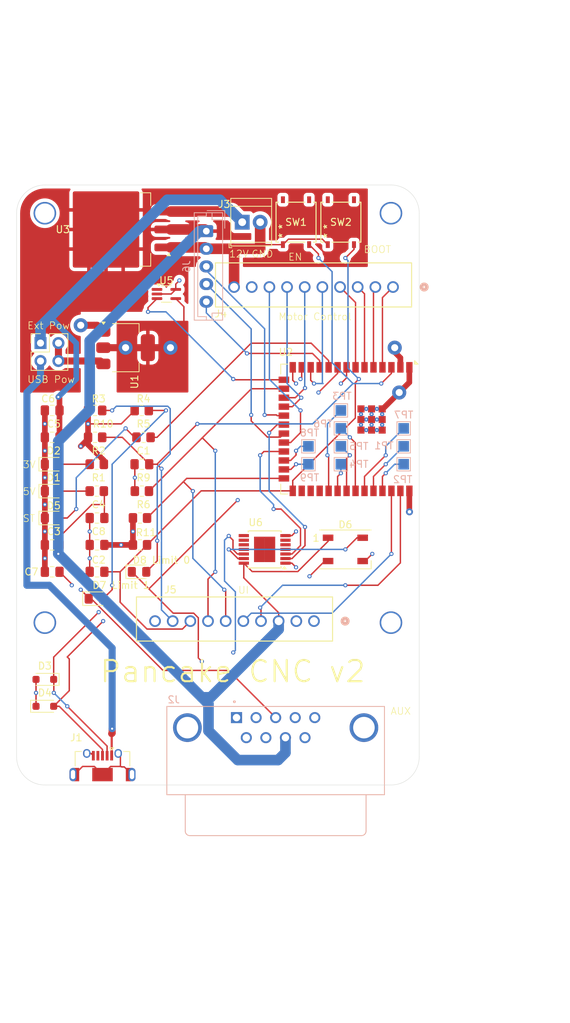
<source format=kicad_pcb>
(kicad_pcb (version 20240108) (generator "pcbnew") (generator_version "8.0")
  (layers (0 "F.Cu" signal) (1 "In1.Cu" power) (2 "In2.Cu" power) (31 "B.Cu" signal) (34 "B.Paste" user) (35 "F.Paste" user) (36 "B.SilkS" user "B.Silkscreen") (37 "F.SilkS" user "F.Silkscreen") (38 "B.Mask" user) (39 "F.Mask" user) (44 "Edge.Cuts" user))
  (net 0 "")
  (net 1 "Net-(D5-A)")
  (net 2 "Net-(J4-Pin_1)")
  (net 4 "Net-(J4-Pin_8)")
  (net 5 "Net-(J4-Pin_5)")
  (net 7 "Net-(J4-Pin_3)")
  (net 8 "Net-(J4-Pin_6)")
  (net 9 "Net-(J4-Pin_2)")
  (net 11 "Net-(J4-Pin_7)")
  (net 12 "Net-(J4-Pin_4)")
  (net 13 "+12V")
  (net 14 "+3.3V")
  (net 15 "GND")
  (net 16 "+5V")
  (net 17 "Net-(D1-A)")
  (net 18 "Net-(D2-A)")
  (net 19 "Net-(D3-A1)")
  (net 20 "Net-(D4-A2)")
  (net 24 "Net-(U2-IO17)")
  (net 25 "Net-(U2-IO12)")
  (net 26 "Net-(U2-IO21)")
  (net 27 "Net-(U2-IO3)")
  (net 33 "VBUS")
  (net 34 "Net-(J5-Pin_6)")
  (net 35 "Net-(J5-Pin_8)")
  (net 36 "Net-(J5-Pin_7)")
  (net 37 "Net-(J5-Pin_9)")
  (net 38 "Net-(J5-Pin_4)")
  (net 39 "Net-(J5-Pin_5)")
  (net 40 "Net-(J6-Pin_4)")
  (net 41 "Net-(J6-Pin_3)")
  (net 42 "Net-(J6-Pin_5)")
  (net 43 "Net-(U2-RXD0{slash}IO44)")
  (net 44 "Net-(U2-TXD0{slash}IO43)")
  (net 45 "Net-(U2-IO38)")
  (net 46 "Net-(J7-Pin_b1)")
  (net 50 "Net-(U2-MTCK{slash}IO39)")
  (net 51 "Net-(U2-MTDO{slash}IO40)")
  (net 52 "Net-(U2-MTDI{slash}IO41)")
  (net 53 "Net-(U2-MTMS{slash}IO42)")
  (net 54 "Net-(U2-IO47)")
  (net 55 "Net-(U2-IO48)")
  (net 56 "Net-(D6-DOUT)")
  (net 57 "Net-(D6-DIN)")
  (net 58 "Net-(U6-B2)")
  (net 59 "Net-(D7-K)")
  (net 60 "Net-(D7-A)")
  (net 61 "Net-(D8-K)")
  (net 62 "Net-(D8-A)")
  (footprint "Resistor_SMD:R_0805_2012Metric_Pad1.20x1.40mm_HandSolder" (layer "F.Cu") (at 39.591239 85.876037 180)
    (property "Reference" "R2")
    (property "Value" "5.1k")
  )
  (footprint "Button_Switch_SMD:SMT_FS" (layer "F.Cu") (at 67.801239 51.586037 90)
    (property "Reference" "SW1")
    (property "Value" "SW_Push_Dual_x2")
  )
  (footprint "LED_SMD:LED_WS2812B_PLCC4_5.0x5.0mm_P3.2mm" (layer "F.Cu") (at 74.786239 97.941037)
    (property "Reference" "D6")
    (property "Value" "WS2812B")
  )
  (footprint "LED_SMD:LED_0805_2012Metric_Pad1.15x1.40mm_HandSolder" (layer "F.Cu") (at 33.266239 89.686037)
    (property "Reference" "D1")
    (property "Value" "LED")
  )
  (footprint "Resistor_SMD:R_0805_2012Metric_Pad1.20x1.40mm_HandSolder" (layer "F.Cu") (at 45.978739 89.686037)
    (property "Reference" "R9")
    (property "Value" "10k")
  )
  (footprint "Package_TO_SOT_SMD:TO-263-3_TabPin2" (layer "F.Cu") (at 42.401239 52.621037 180)
    (property "Reference" "U3")
    (property "Value" "LM1084-5.0")
  )
  (footprint "Connector_PinSocket_2.54mm:PinSocket_2x02_P2.54mm_Vertical" (layer "F.Cu") (at 31.626239 68.711037 90)
    (property "Reference" "J7" (hide yes))
    (property "Value" "Conn_02x02_Row_Letter_First")
  )
  (footprint "Connector_JST:10JQ-BT_JST" (layer "F.Cu") (at 81.531239 60.773237 180)
    (property "Reference" "J4")
    (property "Value" "MotorDriverSocket")
  )
  (footprint "LED_SMD:LED_0805_2012Metric_Pad1.15x1.40mm_HandSolder" (layer "F.Cu") (at 33.266239 93.496037)
    (property "Reference" "D5")
    (property "Value" "LED")
  )
  (footprint "LED_SMD:LED_0805_2012Metric_Pad1.15x1.40mm_HandSolder" (layer "F.Cu") (at 45.576239 101.116037)
    (property "Reference" "D8 Limit 0")
    (property "Value" "LED")
  )
  (footprint "Capacitor_SMD:C_0805_2012Metric_Pad1.18x1.45mm_HandSolder" (layer "F.Cu") (at 39.628739 97.306037 180)
    (property "Reference" "C8")
    (property "Value" "0.1uF")
  )
  (footprint "Connector_JST:10JQ-BT_JST" (layer "F.Cu") (at 70.341239 108.101037 180)
    (property "Reference" "J5")
    (property "Value" "UISocket")
  )
  (footprint "Capacitor_SMD:C_0805_2012Metric_Pad1.18x1.45mm_HandSolder" (layer "F.Cu") (at 33.278739 97.306037 180)
    (property "Reference" "C3")
    (property "Value" "10uF")
  )
  (footprint "MountingHole:MountingHole_3.2mm_M3" (layer "F.Cu") (at 32.241239 50.316037)
    (property "Reference" "H4" (hide yes))
    (property "Value" "MountingHole")
  )
  (footprint "RF_Module:ESP32-S3-WROOM-2" (layer "F.Cu") (at 78.585239 80.897637 -90)
    (property "Reference" "U2")
    (property "Value" "ESP32-S3-WROOM-2")
  )
  (footprint "Resistor_SMD:R_0805_2012Metric_Pad1.20x1.40mm_HandSolder" (layer "F.Cu") (at 39.358739 82.066037 180)
    (property "Reference" "R10")
    (property "Value" "10k")
  )
  (footprint "Capacitor_SMD:C_0805_2012Metric_Pad1.18x1.45mm_HandSolder" (layer "F.Cu") (at 45.978739 85.876037)
    (property "Reference" "C1")
    (property "Value" "0.1uF")
  )
  (footprint "Capacitor_SMD:C_0805_2012Metric_Pad1.18x1.45mm_HandSolder" (layer "F.Cu") (at 39.628739 101.116037)
    (property "Reference" "C2")
    (property "Value" "0.1uF")
  )
  (footprint "Capacitor_SMD:C_0805_2012Metric_Pad1.18x1.45mm_HandSolder" (layer "F.Cu") (at 39.628739 93.496037 180)
    (property "Reference" "C4")
    (property "Value" "0.1uF")
  )
  (footprint "MountingHole:MountingHole_3.2mm_M3" (layer "F.Cu") (at 81.241239 108.316037)
    (property "Reference" "H1" (hide yes))
    (property "Value" "MountingHole")
  )
  (footprint "Resistor_SMD:R_0805_2012Metric_Pad1.20x1.40mm_HandSolder" (layer "F.Cu") (at 45.708739 97.306037 180)
    (property "Reference" "R11")
    (property "Value" "10k")
  )
  (footprint "Package_TO_SOT_SMD:SOT-223-3_TabPin2" (layer "F.Cu") (at 43.671239 69.366037)
    (property "Reference" "U1")
    (property "Value" "AMS1117-3.3")
  )
  (footprint "Connector_USB:USB_Micro-AB_Molex_47590-0001" (layer "F.Cu") (at 40.401643 129.842442)
    (property "Reference" "J1")
    (property "Value" "USB_B_Micro")
  )
  (footprint "Button_Switch_SMD:SMT_FS" (layer "F.Cu") (at 74.151239 51.586037 90)
    (property "Reference" "SW2")
    (property "Value" "SW_Push_Dual_x2")
  )
  (footprint "Resistor_SMD:R_0805_2012Metric_Pad1.20x1.40mm_HandSolder" (layer "F.Cu") (at 39.591239 89.686037 180)
    (property "Reference" "R1")
    (property "Value" "7.7k")
  )
  (footprint "Resistor_SMD:R_0805_2012Metric_Pad1.20x1.40mm_HandSolder" (layer "F.Cu") (at 45.708739 93.496037)
    (property "Reference" "R6")
    (property "Value" "10k")
  )
  (footprint "TerminalBlock_TE-Connectivity:TerminalBlock_TE_282834-2_1x02_P2.54mm_Horizontal" (layer "F.Cu") (at 60.181239 51.586037)
    (property "Reference" "J3")
    (property "Value" "Screw_Terminal_01x02")
  )
  (footprint "LED_SMD:LED_0805_2012Metric_Pad1.15x1.40mm_HandSolder" (layer "F.Cu") (at 39.471239 104.926037)
    (property "Reference" "D7 Limit 1")
    (property "Value" "LED")
  )
  (footprint "Capacitor_SMD:C_0805_2012Metric_Pad1.18x1.45mm_HandSolder" (layer "F.Cu") (at 33.278739 82.066037 180)
    (property "Reference" "C5")
    (property "Value" "10uF")
  )
  (footprint "Resistor_SMD:R_0805_2012Metric_Pad1.20x1.40mm_HandSolder" (layer "F.Cu") (at 45.957239 78.256037)
    (property "Reference" "R4")
    (property "Value" "5.1k")
  )
  (footprint "Diode_SMD:D_SOD-323_HandSoldering" (layer "F.Cu") (at 32.241239 120.166037)
    (property "Reference" "D4")
    (property "Value" "D_TVS")
  )
  (footprint "Package_SO:TSSOP-14-1EP_4.4x5mm_P0.65mm" (layer "F.Cu") (at 63.356239 97.941037 180)
    (property "Reference" "U6")
    (property "Value" "~")
  )
  (footprint "LED_SMD:LED_0805_2012Metric_Pad1.15x1.40mm_HandSolder" (layer "F.Cu") (at 33.266239 85.876037)
    (property "Reference" "D2")
    (property "Value" "LED")
  )
  (footprint "Capacitor_SMD:C_0805_2012Metric_Pad1.18x1.45mm_HandSolder" (layer "F.Cu") (at 33.278739 78.256037 180)
    (property "Reference" "C6")
    (property "Value" "0.1uF")
  )
  (footprint "Diode_SMD:D_SOD-323_HandSoldering" (layer "F.Cu") (at 32.241239 116.356037 180)
    (property "Reference" "D3")
    (property "Value" "D_TVS")
  )
  (footprint "Package_TO_SOT_SMD:SOT-353_SC-70-5_Handsoldering" (layer "F.Cu") (at 49.446239 61.761037)
    (property "Reference" "U5")
    (property "Value" "TMP236A4DCKR")
  )
  (footprint "Resistor_SMD:R_0805_2012Metric_Pad1.20x1.40mm_HandSolder" (layer "F.Cu") (at 39.358739 78.256037)
    (property "Reference" "R3")
    (property "Value" "5.1k")
  )
  (footprint "Capacitor_SMD:C_0805_2012Metric_Pad1.18x1.45mm_HandSolder" (layer "F.Cu") (at 33.278739 101.116037 180)
    (property "Reference" "C7")
    (property "Value" "10uF")
  )
  (footprint "MountingHole:MountingHole_3.2mm_M3" (layer "F.Cu") (at 81.241239 50.316037)
    (property "Reference" "H3" (hide yes))
    (property "Value" "MountingHole")
  )
  (footprint "Resistor_SMD:R_0805_2012Metric_Pad1.20x1.40mm_HandSolder" (layer "F.Cu") (at 46.211239 82.066037 180)
    (property "Reference" "R5")
    (property "Value" "5.1k")
  )
  (footprint "MountingHole:MountingHole_3.2mm_M3" (layer "F.Cu") (at 32.241239 108.316037)
    (property "Reference" "H2" (hide yes))
    (property "Value" "MountingHole")
  )
  (footprint "TestPoint:TestPoint_Pad_1.5x1.5mm" (layer "B.Cu") (at 83.041239 85.876037 -90)
    (property "Reference" "TP2")
    (property "Value" "TestPoint")
  )
  (footprint "TestPoint:TestPoint_Pad_1.5x1.5mm" (layer "B.Cu") (at 69.551239 85.876037 90)
    (property "Reference" "TP9")
    (property "Value" "TestPoint")
  )
  (footprint "TestPoint:TestPoint_Pad_1.5x1.5mm" (layer "B.Cu") (at 74.151239 80.796037 90)
    (property "Reference" "TP6")
    (property "Value" "TestPoint")
  )
  (footprint "TestPoint:TestPoint_Pad_1.5x1.5mm" (layer "B.Cu") (at 83.041239 83.336037 -90)
    (property "Reference" "TP1")
    (property "Value" "TestPoint")
  )
  (footprint "LicavoliLibrary:MyDSUBASSMANN_A-DF_09_A_KG-T4S" (layer "B.Cu") (at 59.376239 121.771037 180)
    (property "Reference" "J2")
    (property "Value" "A-DF 09 A/KG-T4S")
  )
  (footprint "TestPoint:TestPoint_Pad_1.5x1.5mm" (layer "B.Cu") (at 69.551239 83.336037 90)
    (property "Reference" "TP8")
    (property "Value" "TestPoint")
  )
  (footprint "Connector_JST:JST_EH_B5B-EH-A_1x05_P2.50mm_Vertical" (layer "B.Cu") (at 55.101239 52.856037 -90)
    (property "Reference" "J6")
    (property "Value" "Pi JST")
  )
  (footprint "TestPoint:TestPoint_Pad_1.5x1.5mm" (layer "B.Cu") (at 83.041239 80.796037 -90)
    (property "Reference" "TP7")
    (property "Value" "TestPoint")
  )
  (footprint "TestPoint:TestPoint_Pad_1.5x1.5mm" (layer "B.Cu") (at 74.151239 78.256037 90)
    (property "Reference" "TP3")
    (property "Value" "TestPoint")
  )
  (footprint "TestPoint:TestPoint_Pad_1.5x1.5mm" (layer "B.Cu") (at 74.151239 83.336037 90)
    (property "Reference" "TP5")
    (property "Value" "TestPoint")
  )
  (footprint "TestPoint:TestPoint_Pad_1.5x1.5mm" (layer "B.Cu") (at 74.151239 85.876037 90)
    (property "Reference" "TP4")
    (property "Value" "TestPoint")
  )
  (gr_arc (start 28.241239 50.316037) (mid 29.412812 47.48761) (end 32.241239 46.316037) (stroke (width 0.05)) (layer "Edge.Cuts"))
  (gr_line (start 28.241239 127.316037) (end 28.241239 50.316037) (stroke (width 0.05)) (layer "Edge.Cuts"))
  (gr_arc (start 32.241239 131.316037) (mid 29.412812 130.144464) (end 28.241239 127.316037) (stroke (width 0.05)) (layer "Edge.Cuts"))
  (gr_line (start 85.241239 50.316037) (end 85.241239 127.316037) (stroke (width 0.05)) (layer "Edge.Cuts"))
  (gr_line (start 81.241239 131.316037) (end 32.241239 131.316037) (stroke (width 0.05)) (layer "Edge.Cuts"))
  (gr_arc (start 81.241239 46.316037) (mid 84.069666 47.48761) (end 85.241239 50.316037) (stroke (width 0.05)) (layer "Edge.Cuts"))
  (gr_line (start 32.241239 46.316037) (end 81.241239 46.316037) (stroke (width 0.05)) (layer "Edge.Cuts"))
  (gr_arc (start 85.241239 127.316037) (mid 84.069666 130.144464) (end 81.241239 131.316037) (stroke (width 0.05)) (layer "Edge.Cuts"))
  (gr_text "EN" (at 66.644564 57.09724 0) (layer "F.SilkS") (effects (font (size 1 1) (thickness 0.1)) (justify left bottom)))
  (gr_text "AUX" (at 81.136239 121.436037 0) (layer "F.SilkS") (effects (font (size 1 1) (thickness 0.1)) (justify left bottom)))
  (gr_text "Motor Control" (at 65.261239 65.556037 0) (layer "F.SilkS") (effects (font (size 1 1) (thickness 0.1)) (justify left bottom)))
  (gr_text "ST" (at 29.066239 94.131037 0) (layer "F.SilkS") (effects (font (size 1 1) (thickness 0.1)) (justify left bottom)))
  (gr_text "BOOT" (at 77.326239 56.031037 0) (layer "F.SilkS") (effects (font (size 1 1) (thickness 0.1)) (justify left bottom)))
  (gr_text "Pancake CNC v2" (at 39.861239 116.991037 0) (layer "F.SilkS") (effects (font (size 3 3) (thickness 0.3)) (justify left bottom)))
  (gr_text "UI\n" (at 59.546239 104.291037 0) (layer "F.SilkS") (effects (font (size 1 1) (thickness 0.1)) (justify left bottom)))
  (gr_text "USB Pow" (at 29.701239 74.446037 0) (layer "F.SilkS") (effects (font (size 1 1) (thickness 0.1)) (justify left bottom)))
  (gr_text "GND" (at 61.451239 56.666037 0) (layer "F.SilkS") (effects (font (size 1 1) (thickness 0.1)) (justify left bottom)))
  (gr_text "12V" (at 58.276239 56.666037 0) (layer "F.SilkS") (effects (font (size 1 1) (thickness 0.1)) (justify left bottom)))
  (gr_text "Ext Pow" (at 29.701239 66.826037 0) (layer "F.SilkS") (effects (font (size 1 1) (thickness 0.1)) (justify left bottom)))
  (gr_text "3V" (at 29.066239 86.511037 0) (layer "F.SilkS") (effects (font (size 1 1) (thickness 0.1)) (justify left bottom)))
  (gr_text "5V\n" (at 29.066239 90.321037 0) (layer "F.SilkS") (effects (font (size 1 1) (thickness 0.1)) (justify left bottom)))
  (segment (start 43.671239 80.796037) (end 44.941239 82.066037) (width 0.2) (layer "F.Cu") (net 1))
  (segment (start 44.941239 82.066037) (end 45.211239 82.066037) (width 0.2) (layer "F.Cu") (net 1))
  (segment (start 35.416239 93.496037) (end 36.686239 92.226037) (width 0.2) (layer "F.Cu") (net 1))
  (segment (start 34.291239 93.496037) (end 35.416239 93.496037) (width 0.2) (layer "F.Cu") (net 1))
  (via (at 36.686239 92.226037) (size 0.6) (drill 0.3) (layers "F.Cu" "B.Cu") (net 1))
  (via (at 43.671239 80.796037) (size 0.6) (drill 0.3) (layers "F.Cu" "B.Cu") (net 1))
  (segment (start 36.686239 87.781037) (end 43.671239 80.796037) (width 0.2) (layer "B.Cu") (net 1))
  (segment (start 36.686239 92.226037) (end 36.686239 87.781037) (width 0.2) (layer "B.Cu") (net 1))
  (segment (start 80.035239 72.147637) (end 80.035239 62.269237) (width 0.2) (layer "F.Cu") (net 2))
  (segment (start 80.035239 62.269237) (end 81.531239 60.773237) (width 0.2) (layer "F.Cu") (net 2))
  (segment (start 68.436239 81.401637) (end 67.035239 82.802637) (width 0.2) (layer "F.Cu") (net 4))
  (segment (start 68.436239 78.256037) (end 68.436239 81.401637) (width 0.2) (layer "F.Cu") (net 4))
  (segment (start 67.035239 82.802637) (end 66.085239 82.802637) (width 0.2) (layer "F.Cu") (net 4))
  (via (at 68.436239 78.256037) (size 0.6) (drill 0.3) (layers "F.Cu" "B.Cu") (net 4))
  (segment (start 64.031239 60.773237) (end 64.031239 73.851037) (width 0.2) (layer "B.Cu") (net 4))
  (segment (start 64.031239 73.851037) (end 68.436239 78.256037) (width 0.2) (layer "B.Cu") (net 4))
  (segment (start 69.875239 73.980037) (end 70.341239 74.446037) (width 0.2) (layer "F.Cu") (net 5))
  (segment (start 69.875239 72.147637) (end 69.875239 73.980037) (width 0.2) (layer "F.Cu") (net 5))
  (via (at 70.341239 74.446037) (size 0.6) (drill 0.3) (layers "F.Cu" "B.Cu") (net 5))
  (segment (start 71.531239 74.366037) (end 71.531239 60.773237) (width 0.2) (layer "B.Cu") (net 5))
  (segment (start 70.341239 74.446037) (end 71.611239 74.446037) (width 0.2) (layer "B.Cu") (net 5))
  (segment (start 71.611239 74.446037) (end 71.531239 74.366037) (width 0.2) (layer "B.Cu") (net 5))
  (segment (start 77.495239 61.737237) (end 76.531239 60.773237) (width 0.2) (layer "F.Cu") (net 7))
  (segment (start 77.495239 72.147637) (end 77.495239 61.737237) (width 0.2) (layer "F.Cu") (net 7))
  (segment (start 67.699639 76.452637) (end 66.085239 76.452637) (width 0.2) (layer "F.Cu") (net 8))
  (segment (start 69.071239 75.081037) (end 67.699639 76.452637) (width 0.2) (layer "F.Cu") (net 8))
  (via (at 69.071239 75.081037) (size 0.6) (drill 0.3) (layers "F.Cu" "B.Cu") (net 8))
  (segment (start 69.031239 60.773237) (end 69.031239 75.041037) (width 0.2) (layer "B.Cu") (net 8))
  (segment (start 69.031239 75.041037) (end 69.071239 75.081037) (width 0.2) (layer "B.Cu") (net 8))
  (segment (start 78.765239 72.147637) (end 78.765239 61.039237) (width 0.2) (layer "F.Cu") (net 9))
  (segment (start 78.765239 61.039237) (end 79.031239 60.773237) (width 0.2) (layer "F.Cu") (net 9))
  (segment (start 68.543004 76.457802) (end 67.278169 77.722637) (width 0.2) (layer "F.Cu") (net 11))
  (segment (start 67.278169 77.722637) (end 66.085239 77.722637) (width 0.2) (layer "F.Cu") (net 11))
  (via (at 68.543004 76.457802) (size 0.6) (drill 0.3) (layers "F.Cu" "B.Cu") (net 11))
  (segment (start 66.531239 74.446037) (end 68.543004 76.457802) (width 0.2) (layer "B.Cu") (net 11))
  (segment (start 66.531239 60.773237) (end 66.531239 74.446037) (width 0.2) (layer "B.Cu") (net 11))
  (segment (start 76.225239 62.967237) (end 74.031239 60.773237) (width 0.2) (layer "F.Cu") (net 12))
  (segment (start 76.225239 72.147637) (end 76.225239 62.967237) (width 0.2) (layer "F.Cu") (net 12))
  (segment (start 34.316239 82.066037) (end 34.316239 78.256037) (width 0.8) (layer "F.Cu") (net 13))
  (segment (start 50.051239 50.081037) (end 58.676239 50.081037) (width 1.5) (layer "F.Cu") (net 13))
  (segment (start 58.676239 50.081037) (end 60.181239 51.586037) (width 1.5) (layer "F.Cu") (net 13))
  (segment (start 34.316239 78.256037) (end 34.316239 76.521037) (width 0.8) (layer "F.Cu") (net 13))
  (segment (start 34.316239 76.521037) (end 34.146239 76.351037) (width 0.8) (layer "F.Cu") (net 13))
  (via (at 34.146239 76.351037) (size 0.6) (drill 0.3) (layers "F.Cu" "B.Cu") (net 13))
  (segment (start 60.181239 51.586037) (end 57.006239 48.411037) (width 1.5) (layer "B.Cu") (net 13))
  (segment (start 34.146239 76.351037) (end 36.686239 73.811037) (width 0.8) (layer "B.Cu") (net 13))
  (segment (start 36.686239 73.811037) (end 36.686239 68.731037) (width 0.8) (layer "B.Cu") (net 13))
  (segment (start 36.686239 68.731037) (end 32.971239 65.016037) (width 0.8) (layer "B.Cu") (net 13))
  (segment (start 32.971239 65.016037) (end 31.626239 66.361037) (width 1.5) (layer "B.Cu") (net 13))
  (segment (start 57.006239 48.411037) (end 49.576239 48.411037) (width 1.5) (layer "B.Cu") (net 13))
  (segment (start 49.576239 48.411037) (end 32.971239 65.016037) (width 1.5) (layer "B.Cu") (net 13))
  (segment (start 31.626239 66.361037) (end 31.626239 68.711037) (width 1.5) (layer "B.Cu") (net 13))
  (segment (start 34.316239 101.116037) (end 36.051239 102.851037) (width 0.2) (layer "F.Cu") (net 14))
  (segment (start 44.708739 97.306037) (end 44.708739 95.401037) (width 0.8) (layer "F.Cu") (net 14))
  (segment (start 38.358739 83.103537) (end 40.591239 85.336037) (width 0.8) (layer "F.Cu") (net 14))
  (segment (start 40.591239 85.336037) (end 40.591239 85.876037) (width 0.8) (layer "F.Cu") (net 14))
  (segment (start 36.051239 102.851037) (end 36.051239 103.021037) (width 0.2) (layer "F.Cu") (net 14))
  (segment (start 43.036239 97.306037) (end 44.708739 97.306037) (width 0.8) (layer "F.Cu") (net 14))
  (segment (start 40.666239 97.306037) (end 43.036239 97.306037) (width 0.8) (layer "F.Cu") (net 14))
  (segment (start 81.771239 69.366037) (end 81.771239 70.001037) (width 0.2) (layer "F.Cu") (net 14))
  (segment (start 38.358739 82.066037) (end 38.358739 83.103537) (width 0.8) (layer "F.Cu") (net 14))
  (segment (start 44.708739 95.401037) (end 44.708739 93.496037) (width 0.8) (layer "F.Cu") (net 14))
  (segment (start 51.926239 63.561037) (end 50.776239 62.411037) (width 0.2) (layer "F.Cu") (net 14))
  (segment (start 38.358739 80.161037) (end 38.358739 82.066037) (width 0.8) (layer "F.Cu") (net 14))
  (segment (start 66.306239 99.891037) (end 67.211239 99.891037) (width 0.2) (layer "F.Cu") (net 14))
  (segment (start 51.926239 66.191037) (end 51.926239 63.561037) (width 0.2) (layer "F.Cu") (net 14))
  (segment (start 46.821239 69.366037) (end 50.021239 69.366037) (width 1) (layer "F.Cu") (net 14))
  (segment (start 81.771239 70.001037) (end 82.575239 70.805037) (width 0.8) (layer "F.Cu") (net 14))
  (segment (start 38.358739 82.298537) (end 37.321239 83.336037) (width 0.8) (layer "F.Cu") (net 14))
  (segment (start 46.821239 69.366037) (end 43.671239 69.366037) (width 1) (layer "F.Cu") (net 14))
  (segment (start 43.052239 80.161037) (end 38.358739 80.161037) (width 0.2) (layer "F.Cu") (net 14))
  (segment (start 43.671239 69.366037) (end 40.521239 69.366037) (width 1) (layer "F.Cu") (net 14))
  (segment (start 82.575239 70.805037) (end 82.575239 72.147637) (width 0.8) (layer "F.Cu") (net 14))
  (segment (start 67.211239 99.891037) (end 67.801239 100.481037) (width 0.2) (layer "F.Cu") (net 14))
  (segment (start 38.358739 82.066037) (end 38.358739 82.298537) (width 0.8) (layer "F.Cu") (net 14))
  (segment (start 44.957239 78.256037) (end 43.052239 80.161037) (width 0.2) (layer "F.Cu") (net 14))
  (segment (start 38.358739 78.256037) (end 38.358739 80.161037) (width 0.8) (layer "F.Cu") (net 14))
  (via (at 37.321239 83.336037) (size 0.6) (drill 0.3) (layers "F.Cu" "B.Cu") (net 14))
  (via (at 38.358739 80.161037) (size 0.6) (drill 0.3) (layers "F.Cu" "B.Cu") (net 14))
  (via (at 43.671239 69.366037) (size 2) (drill 1) (layers "F.Cu" "B.Cu") (net 14))
  (via (at 43.036239 97.306037) (size 0.6) (drill 0.3) (layers "F.Cu" "B.Cu") (net 14))
  (via (at 50.021239 69.366037) (size 2) (drill 1) (layers "F.Cu" "B.Cu") (net 14))
  (via (at 81.771239 69.366037) (size 2) (drill 1) (layers "F.Cu" "B.Cu") (net 14))
  (via (at 44.708739 95.401037) (size 0.6) (drill 0.3) (layers "F.Cu" "B.Cu") (net 14))
  (via (at 67.801239 100.481037) (size 0.6) (drill 0.3) (layers "F.Cu" "B.Cu") (net 14))
  (via (at 36.051239 103.021037) (size 0.6) (drill 0.3) (layers "F.Cu" "B.Cu") (net 14))
  (segment (start 71.520789 53.991137) (end 66.723289 53.991137) (width 0.2) (layer "F.Cu") (net 15))
  (segment (start 37.321239 66.191037) (end 39.226239 66.191037) (width 1) (layer "F.Cu") (net 15))
  (segment (start 42.301643 127.167442) (end 42.626643 126.842442) (width 0.2) (layer "F.Cu") (net 15))
  (segment (start 80.084639 78.037637) (end 82.406239 75.716037) (width 0.8) (layer "F.Cu") (net 15))
  (segment (start 77.581239 99.591037) (end 78.596239 98.576037) (width 0.2) (layer "F.Cu") (net 15))
  (segment (start 37.582973 128.690058) (end 39.249259 128.690058) (width 0.2) (layer "F.Cu") (net 15))
  (segment (start 32.241239 80.161037) (end 32.241239 83.971037) (width 0.8) (layer "F.Cu") (net 15))
  (segment (start 62.721239 51.586037) (end 62.721239 55.356037) (width 1.5) (layer "F.Cu") (net 15))
  (segment (start 32.241239 83.971037) (end 32.241239 87.781037) (width 0.8) (layer "F.Cu") (net 15))
  (segment (start 44.576643 129.842442) (end 43.487678 128.753477) (width 0.2) (layer "F.Cu") (net 15))
  (segment (start 38.591239 101.116037) (end 38.591239 99.211037) (width 0.2) (layer "F.Cu") (net 15))
  (segment (start 37.001643 129.544579) (end 37.001643 129.271388) (width 0.2) (layer "F.Cu") (net 15))
  (segment (start 44.978739 87.781037) (end 44.978739 85.913537) (width 0.2) (layer "F.Cu") (net 15))
  (segment (start 50.776239 60.356037) (end 51.291239 59.841037) (width 0.2) (layer "F.Cu") (net 15))
  (segment (start 54.906239 55.161037) (end 55.101239 55.356037) (width 1.5) (layer "F.Cu") (net 15))
  (segment (start 43.487678 128.753477) (end 43.134547 128.753477) (width 0.2) (layer "F.Cu") (net 15))
  (segment (start 58.911239 55.356037) (end 59.031239 55.476037) (width 1.5) (layer "F.Cu") (net 15))
  (segment (start 50.051239 55.161037) (end 54.906239 55.161037) (width 1.5) (layer "F.Cu") (net 15))
  (segment (start 36.70378 129.842442) (end 37.001643 129.544579) (width 0.2) (layer "F.Cu") (net 15))
  (segment (start 43.134547 128.753477) (end 42.939364 128.690058) (width 0.2) (layer "F.Cu") (net 15))
  (segment (start 65.947039 54.767387) (end 63.309889 54.767387) (width 0.2) (layer "F.Cu") (net 15))
  (segment (start 58.911239 55.356037) (end 55.101239 55.356037) (width 1.5) (layer "F.Cu") (net 15))
  (segment (start 38.591239 95.401037) (end 38.591239 93.496037) (width 0.2) (layer "F.Cu") (net 15))
  (segment (start 59.031239 55.476037) (end 59.031239 60.773237) (width 1.5) (layer "F.Cu") (net 15))
  (segment (start 39.646239 66.191037) (end 40.521239 67.066037) (width 1) (layer "F.Cu") (net 15))
  (segment (start 32.241239 87.781037) (end 32.241239 91.591037) (width 0.8) (layer "F.Cu") (net 15))
  (segment (start 67.211239 95.991037) (end 67.801239 95.401037) (width 0.2) (layer "F.Cu") (net 15))
  (segment (start 83.845239 89.647637) (end 83.845239 92.608851) (width 0.8) (layer "F.Cu") (net 15))
  (segment (start 32.241239 78.256037) (end 32.241239 80.161037) (width 0.8) (layer "F.Cu") (net 15))
  (segment (start 38.591239 97.306037) (end 38.591239 95.401037) (width 0.2) (layer "F.Cu") (net 15))
  (segment (start 50.126239 61.761037) (end 50.776239 61.111037) (width 0.2) (layer "F.Cu") (net 15))
  (segment (start 41.554027 128.690058) (end 40.401643 129.842442) (width 0.2) (layer "F.Cu") (net 15))
  (segment (start 44.978739 85.913537) (end 44.941239 85.876037) (width 0.2) (layer "F.Cu") (net 15))
  (segment (start 39.226239 66.191037) (end 39.646239 66.191037) (width 1) (layer "F.Cu") (net 15))
  (segment (start 38.591239 97.306037) (end 38.591239 99.211037) (width 0.2) (layer "F.Cu") (net 15))
  (segment (start 42.939364 127.155163) (end 42.909486 127.125285) (width 0.2) (layer "F.Cu") (net 15))
  (segment (start 39.249259 128.690058) (end 40.401643 129.842442) (width 0.2) (layer "F.Cu") (net 15))
  (segment (start 79.995239 78.037637) (end 80.084639 78.037637) (width 0.2) (layer "F.Cu") (net 15))
  (segment (start 83.845239 92.608851) (end 83.859979 92.623591) (width 0.2) (layer "F.Cu") (net 15))
  (segment (start 37.001643 129.271388) (end 37.582973 128.690058) (width 0.2) (layer "F.Cu") (net 15))
  (segment (start 32.241239 91.591037) (end 32.241239 95.401037) (width 0.8) (layer "F.Cu") (net 15))
  (segment (start 38.776643 126.842442) (end 39.101643 127.167442) (width 0.2) (layer "F.Cu") (net 15))
  (segment (start 42.939364 128.690058) (end 41.554027 128.690058) (width 0.2) (layer "F.Cu") (net 15))
  (segment (start 77.236239 99.591037) (end 77.581239 99.591037) (width 0.2) (layer "F.Cu") (net 15))
  (segment (start 42.939364 128.690058) (end 42.939364 127.155163) (width 0.2) (layer "F.Cu") (net 15))
  (segment (start 44.978739 89.686037) (end 44.978739 87.781037) (width 0.2) (layer "F.Cu") (net 15))
  (segment (start 50.776239 61.111037) (end 50.776239 60.356037) (width 0.2) (layer "F.Cu") (net 15))
  (segment (start 30.991239 120.166037) (end 30.991239 118.261037) (width 0.2) (layer "F.Cu") (net 15))
  (segment (start 38.176643 126.842442) (end 38.776643 126.842442) (width 0.2) (layer "F.Cu") (net 15))
  (segment (start 82.406239 75.716037) (end 83.845239 74.277037) (width 0.8) (layer "F.Cu") (net 15))
  (segment (start 36.226643 129.842442) (end 36.70378 129.842442) (width 0.2) (layer "F.Cu") (net 15))
  (segment (start 66.306239 95.991037) (end 67.211239 95.991037) (width 0.2) (layer "F.Cu") (net 15))
  (segment (start 48.116239 61.761037) (end 50.126239 61.761037) (width 0.2) (layer "F.Cu") (net 15))
  (segment (start 32.241239 99.211037) (end 32.241239 101.116037) (width 0.8) (layer "F.Cu") (net 15))
  (segment (start 83.845239 74.277037) (end 83.845239 72.147637) (width 0.8) (layer "F.Cu") (net 15))
  (segment (start 30.991239 118.261037) (end 30.991239 116.356037) (width 0.2) (layer "F.Cu") (net 15))
  (segment (start 32.241239 95.401037) (end 32.241239 99.211037) (width 0.8) (layer "F.Cu") (net 15))
  (segment (start 63.309889 54.767387) (end 62.721239 55.356037) (width 0.2) (layer "F.Cu") (net 15))
  (segment (start 62.721239 55.356037) (end 58.911239 55.356037) (width 1.5) (layer "F.Cu") (net 15))
  (segment (start 66.723289 53.991137) (end 65.947039 54.767387) (width 0.2) (layer "F.Cu") (net 15))
  (segment (start 72.297039 54.767387) (end 71.520789 53.991137) (width 0.2) (layer "F.Cu") (net 15))
  (via (at 78.596239 98.576037) (size 0.6) (drill 0.3) (layers "F.Cu" "B.Cu") (net 15))
  (via (at 83.859979 92.623591) (size 1) (drill 0.5) (layers "F.Cu" "B.Cu") (net 15))
  (via (at 32.241239 91.591037) (size 0.6) (drill 0.3) (layers "F.Cu" "B.Cu") (net 15))
  (via (at 32.241239 80.161037) (size 0.6) (drill 0.3) (layers "F.Cu" "B.Cu") (net 15))
  (via (at 37.321239 66.191037) (size 2) (drill 1) (layers "F.Cu" "B.Cu") (net 15))
  (via (at 38.591239 95.401037) (size 0.6) (drill 0.3) (layers "F.Cu" "B.Cu") (net 15))
  (via (at 32.241239 83.971037) (size 0.6) (drill 0.3) (layers "F.Cu" "B.Cu") (net 15))
  (via (at 82.406239 75.716037) (size 2) (drill 1) (layers "F.Cu" "B.Cu") (net 15))
  (via (at 44.978739 87.781037) (size 0.6) (drill 0.3) (layers "F.Cu" "B.Cu") (net 15))
  (via (at 67.801239 95.401037) (size 0.6) (drill 0.3) (layers "F.Cu" "B.Cu") (net 15))
  (via (at 32.241239 87.781037) (size 0.6) (drill 0.3) (layers "F.Cu" "B.Cu") (net 15))
  (via (at 32.241239 95.401037) (size 0.6) (drill 0.3) (layers "F.Cu" "B.Cu") (net 15))
  (via (at 32.241239 99.211037) (size 0.6) (drill 0.3) (layers "F.Cu" "B.Cu") (net 15))
  (via (at 30.991239 118.261037) (size 0.6) (drill 0.3) (layers "F.Cu" "B.Cu") (net 15))
  (via (at 38.591239 99.211037) (size 0.6) (drill 0.3) (layers "F.Cu" "B.Cu") (net 15))
  (via (at 51.291239 59.841037) (size 0.6) (drill 0.3) (layers "F.Cu" "B.Cu") (net 15))
  (segment (start 34.316239 97.306037) (end 34.316239 98.406037) (width 0.2) (layer "F.Cu") (net 16))
  (segment (start 40.666239 93.496037) (end 40.666239 91.591037) (width 0.2) (layer "F.Cu") (net 16))
  (segment (start 50.051239 52.621037) (end 54.866239 52.621037) (width 1.5) (layer "F.Cu") (net 16))
  (segment (start 40.666239 89.761037) (end 40.591239 89.686037) (width 0.2) (layer "F.Cu") (net 16))
  (segment (start 34.316239 96.173793) (end 38.898995 91.591037) (width 0.2) (layer "F.Cu") (net 16))
  (segment (start 72.336239 96.794566) (end 72.336239 96.291037) (width 0.2) (layer "F.Cu") (net 16))
  (segment (start 34.316239 98.406037) (end 34.146239 98.576037) (width 0.2) (layer "F.Cu") (net 16))
  (segment (start 54.866239 52.621037) (end 55.101239 52.856037) (width 1.5) (layer "F.Cu") (net 16))
  (segment (start 40.666239 91.591037) (end 40.666239 89.761037) (width 0.2) (layer "F.Cu") (net 16))
  (segment (start 60.406239 99.891037) (end 61.596239 101.081037) (width 0.2) (layer "F.Cu") (net 16))
  (segment (start 38.898995 91.591037) (end 40.666239 91.591037) (width 0.2) (layer "F.Cu") (net 16))
  (segment (start 60.406239 101.976037) (end 60.406239 99.891037) (width 0.2) (layer "F.Cu") (net 16))
  (segment (start 61.596239 101.081037) (end 68.049768 101.081037) (width 0.2) (layer "F.Cu") (net 16))
  (segment (start 65.341239 106.911037) (end 60.406239 101.976037) (width 0.2) (layer "F.Cu") (net 16))
  (segment (start 34.316239 97.306037) (end 34.316239 96.173793) (width 0.2) (layer "F.Cu") (net 16))
  (segment (start 65.341239 108.101037) (end 65.341239 106.911037) (width 0.2) (layer "F.Cu") (net 16))
  (segment (start 68.049768 101.081037) (end 72.336239 96.794566) (width 0.2) (layer "F.Cu") (net 16))
  (via (at 34.146239 98.576037) (size 0.6) (drill 0.3) (layers "F.Cu" "B.Cu") (net 16))
  (segment (start 59.546239 127.786037) (end 65.261239 127.786037) (width 1.5) (layer "B.Cu") (net 16))
  (segment (start 55.404239 119.834037) (end 55.404239 123.644037) (width 1.5) (layer "B.Cu") (net 16))
  (segment (start 55.404239 123.644037) (end 59.546239 127.786037) (width 1.5) (layer "B.Cu") (net 16))
  (segment (start 54.466239 118.896037) (end 55.404239 119.834037) (width 1.5) (layer "B.Cu") (net 16))
  (segment (start 54.126239 52.856037) (end 38.591239 68.391037) (width 1.5) (layer "B.Cu") (net 16))
  (segment (start 55.101239 52.856037) (end 54.126239 52.856037) (width 1.5) (layer "B.Cu") (net 16))
  (segment (start 34.146239 98.576037) (end 54.466239 118.896037) (width 1.5) (layer "B.Cu") (net 16))
  (segment (start 38.591239 78.16077) (end 34.146239 82.60577) (width 1.5) (layer "B.Cu") (net 16))
  (segment (start 38.591239 68.391037) (end 38.591239 78.16077) (width 1.5) (layer "B.Cu") (net 16))
  (segment (start 34.146239 82.60577) (end 34.146239 98.576037) (width 1.5) (layer "B.Cu") (net 16))
  (segment (start 65.341239 109.26847) (end 65.341239 108.101037) (width 1.5) (layer "B.Cu") (net 16))
  (segment (start 55.713672 118.896037) (end 65.341239 109.26847) (width 1.5) (layer "B.Cu") (net 16))
  (segment (start 66.301239 126.746037) (end 66.301239 124.611037) (width 1.5) (layer "B.Cu") (net 16))
  (segment (start 65.261239 127.786037) (end 66.301239 126.746037) (width 1.5) (layer "B.Cu") (net 16))
  (segment (start 54.466239 118.896037) (end 55.713672 118.896037) (width 1.5) (layer "B.Cu") (net 16))
  (segment (start 34.291239 89.686037) (end 38.591239 89.686037) (width 0.2) (layer "F.Cu") (net 17))
  (segment (start 34.291239 85.876037) (end 38.591239 85.876037) (width 0.2) (layer "F.Cu") (net 18))
  (segment (start 41.051643 125.801441) (end 35.416239 120.166037) (width 0.2) (layer "F.Cu") (net 19))
  (segment (start 33.511239 118.261037) (end 33.511239 116.376037) (width 0.2) (layer "F.Cu") (net 19))
  (segment (start 68.605239 73.637037) (end 68.431239 73.811037) (width 0.2) (layer "F.Cu") (net 19))
  (segment (start 33.491239 113.201037) (end 33.491239 116.356037) (width 0.2) (layer "F.Cu") (net 19))
  (segment (start 68.605239 72.147637) (end 68.605239 73.637037) (width 0.2) (layer "F.Cu") (net 19))
  (segment (start 41.051643 127.167442) (end 41.051643 125.801441) (width 0.2) (layer "F.Cu") (net 19))
  (segment (start 33.511239 116.376037) (end 33.491239 116.356037) (width 0.2) (layer "F.Cu") (net 19))
  (segment (start 39.861239 106.831037) (end 33.491239 113.201037) (width 0.2) (layer "F.Cu") (net 19))
  (via (at 33.511239 118.261037) (size 0.6) (drill 0.3) (layers "F.Cu" "B.Cu") (net 19))
  (via (at 39.861239 106.831037) (size 0.6) (drill 0.3) (layers "F.Cu" "B.Cu") (net 19))
  (via (at 68.431239 73.811037) (size 0.6) (drill 0.3) (layers "F.Cu" "B.Cu") (net 19))
  (via (at 35.416239 120.166037) (size 0.6) (drill 0.3) (layers "F.Cu" "B.Cu") (net 19))
  (segment (start 35.416239 120.166037) (end 33.511239 118.261037) (width 0.2) (layer "B.Cu") (net 19))
  (segment (start 34.275238 120.166037) (end 40.401643 126.292442) (width 0.2) (layer "F.Cu") (net 20))
  (segment (start 35.416239 113.181037) (end 40.496239 108.101037) (width 0.2) (layer "F.Cu") (net 20))
  (segment (start 67.335239 73.980037) (end 67.801239 74.446037) (width 0.2) (layer "F.Cu") (net 20))
  (segment (start 35.699082 117.958194) (end 35.699082 113.46388) (width 0.2) (layer "F.Cu") (net 20))
  (segment (start 33.491239 120.166037) (end 35.699082 117.958194) (width 0.2) (layer "F.Cu") (net 20))
  (segment (start 33.491239 120.166037) (end 34.275238 120.166037) (width 0.2) (layer "F.Cu") (net 20))
  (segment (start 67.335239 72.147637) (end 67.335239 73.980037) (width 0.2) (layer "F.Cu") (net 20))
  (segment (start 35.699082 113.46388) (end 35.416239 113.181037) (width 0.2) (layer "F.Cu") (net 20))
  (segment (start 40.401643 126.292442) (end 40.401643 127.167442) (width 0.2) (layer "F.Cu") (net 20))
  (via (at 40.496239 108.101037) (size 0.6) (drill 0.3) (layers "F.Cu" "B.Cu") (net 20))
  (via (at 67.801239 74.446037) (size 0.6) (drill 0.3) (layers "F.Cu" "B.Cu") (net 20))
  (segment (start 69.948639 68.731037) (end 72.415239 71.197637) (width 0.2) (layer "F.Cu") (net 24))
  (segment (start 48.116239 82.066037) (end 47.211239 82.066037) (width 0.2) (layer "F.Cu") (net 24))
  (segment (start 48.116239 82.066037) (end 61.451239 68.731037) (width 0.2) (layer "F.Cu") (net 24))
  (segment (start 72.415239 71.197637) (end 72.415239 72.147637) (width 0.2) (layer "F.Cu") (net 24))
  (segment (start 61.451239 68.731037) (end 69.948639 68.731037) (width 0.2) (layer "F.Cu") (net 24))
  (segment (start 69.071239 94.766037) (end 69.071239 97.401037) (width 0.2) (layer "F.Cu") (net 25))
  (segment (start 69.071239 97.401037) (end 67.231239 99.241037) (width 0.2) (layer "F.Cu") (net 25))
  (segment (start 65.135239 80.262637) (end 63.991239 81.406637) (width 0.2) (layer "F.Cu") (net 25))
  (segment (start 66.085239 80.262637) (end 65.135239 80.262637) (width 0.2) (layer "F.Cu") (net 25))
  (segment (start 67.231239 99.241037) (end 66.306239 99.241037) (width 0.2) (layer "F.Cu") (net 25))
  (segment (start 63.991239 81.406637) (end 63.991239 81.431037) (width 0.2) (layer "F.Cu") (net 25))
  (via (at 63.991239 81.431037) (size 0.6) (drill 0.3) (layers "F.Cu" "B.Cu") (net 25))
  (via (at 69.071239 94.766037) (size 0.6) (drill 0.3) (layers "F.Cu" "B.Cu") (net 25))
  (segment (start 63.991239 81.431037) (end 63.991239 89.686037) (width 0.2) (layer "B.Cu") (net 25))
  (segment (start 63.991239 89.686037) (end 69.071239 94.766037) (width 0.2) (layer "B.Cu") (net 25))
  (segment (start 66.306239 98.591037) (end 67.231239 98.591037) (width 0.2) (layer "F.Cu") (net 26))
  (segment (start 62.721239 84.606037) (end 63.254639 84.072637) (width 0.2) (layer "F.Cu") (net 26))
  (segment (start 68.436239 94.979567) (end 65.682709 92.226037) (width 0.2) (layer "F.Cu") (net 26))
  (segment (start 68.436239 97.386037) (end 68.436239 94.979567) (width 0.2) (layer "F.Cu") (net 26))
  (segment (start 63.254639 84.072637) (end 66.085239 84.072637) (width 0.2) (layer "F.Cu") (net 26))
  (segment (start 65.682709 92.226037) (end 64.626239 92.226037) (width 0.2) (layer "F.Cu") (net 26))
  (segment (start 67.231239 98.591037) (end 68.436239 97.386037) (width 0.2) (layer "F.Cu") (net 26))
  (via (at 62.721239 84.606037) (size 0.6) (drill 0.3) (layers "F.Cu" "B.Cu") (net 26))
  (via (at 64.626239 92.226037) (size 0.6) (drill 0.3) (layers "F.Cu" "B.Cu") (net 26))
  (segment (start 62.721239 89.686037) (end 62.721239 84.606037) (width 0.2) (layer "B.Cu") (net 26))
  (segment (start 64.626239 91.591037) (end 62.721239 89.686037) (width 0.2) (layer "B.Cu") (net 26))
  (segment (start 64.626239 92.226037) (end 64.626239 91.591037) (width 0.2) (layer "B.Cu") (net 26))
  (segment (start 66.085239 73.912637) (end 59.012839 73.912637) (width 0.2) (layer "F.Cu") (net 27))
  (segment (start 46.846239 64.286037) (end 46.846239 63.681037) (width 0.2) (layer "F.Cu") (net 27))
  (segment (start 46.846239 63.681037) (end 48.116239 62.411037) (width 0.2) (layer "F.Cu") (net 27))
  (segment (start 59.012839 73.912637) (end 58.911239 73.811037) (width 0.2) (layer "F.Cu") (net 27))
  (via (at 46.846239 64.286037) (size 0.6) (drill 0.3) (layers "F.Cu" "B.Cu") (net 27))
  (via (at 58.911239 73.811037) (size 0.6) (drill 0.3) (layers "F.Cu" "B.Cu") (net 27))
  (segment (start 49.386239 64.286037) (end 46.846239 64.286037) (width 0.2) (layer "B.Cu") (net 27))
  (segment (start 58.911239 73.811037) (end 49.386239 64.286037) (width 0.2) (layer "B.Cu") (net 27))
  (segment (start 41.766239 123.341037) (end 41.766239 123.976037) (width 1) (layer "F.Cu") (net 33))
  (segment (start 41.766239 123.976037) (end 41.701643 124.040633) (width 1) (layer "F.Cu") (net 33))
  (segment (start 41.701643 124.040633) (end 41.701643 127.167442) (width 0.3) (layer "F.Cu") (net 33))
  (via (at 41.766239 123.341037) (size 0.6) (drill 0.3) (layers "F.Cu" "B.Cu") (net 33))
  (segment (start 31.626239 73.791037) (end 29.701239 75.716037) (width 1) (layer "B.Cu") (net 33))
  (segment (start 31.626239 71.251037) (end 31.626239 73.791037) (width 1) (layer "B.Cu") (net 33))
  (segment (start 32.876239 103.021037) (end 34.146239 104.291037) (width 1) (layer "B.Cu") (net 33))
  (segment (start 34.146239 104.291037) (end 41.766239 111.911037) (width 1) (layer "B.Cu") (net 33))
  (segment (start 41.766239 111.911037) (end 41.766239 123.341037) (width 1) (layer "B.Cu") (net 33))
  (segment (start 29.701239 75.716037) (end 29.701239 103.021037) (width 1) (layer "B.Cu") (net 33))
  (segment (start 29.701239 103.021037) (end 32.876239 103.021037) (width 1) (layer "B.Cu") (net 33))
  (segment (start 66.085239 87.882637) (end 52.322139 87.882637) (width 0.2) (layer "F.Cu") (net 34))
  (segment (start 51.857489 88.347287) (end 46.708739 93.496037) (width 0.2) (layer "F.Cu") (net 34))
  (segment (start 57.841239 103.856037) (end 57.641239 103.656037) (width 0.2) (layer "F.Cu") (net 34))
  (segment (start 52.322139 87.882637) (end 51.857489 88.347287) (width 0.2) (layer "F.Cu") (net 34))
  (segment (start 53.196239 89.686037) (end 51.857489 88.347287) (width 0.2) (layer "F.Cu") (net 34))
  (segment (start 57.841239 108.101037) (end 57.841239 103.856037) (width 0.2) (layer "F.Cu") (net 34))
  (via (at 57.641239 103.656037) (size 0.6) (drill 0.3) (layers "F.Cu" "B.Cu") (net 34))
  (via (at 53.196239 89.686037) (size 0.6) (drill 0.3) (layers "F.Cu" "B.Cu") (net 34))
  (segment (start 57.641239 103.656037) (end 53.196239 99.211037) (width 0.2) (layer "B.Cu") (net 34))
  (segment (start 53.196239 99.211037) (end 53.196239 89.686037) (width 0.2) (layer "B.Cu") (net 34))
  (segment (start 67.335239 89.647637) (end 54.367139 89.647637) (width 0.2) (layer "F.Cu") (net 35))
  (segment (start 54.367139 89.647637) (end 46.708739 97.306037) (width 0.2) (layer "F.Cu") (net 35))
  (segment (start 42.898739 101.116037) (end 46.708739 97.306037) (width 0.2) (layer "F.Cu") (net 35))
  (segment (start 76.195239 79.326035) (end 76.195239 74.307037) (width 0.2) (layer "F.Cu") (net 35))
  (segment (start 51.715739 109.226537) (end 46.701739 109.226537) (width 0.2) (layer "F.Cu") (net 35))
  (segment (start 42.898739 105.423537) (end 42.898739 101.116037) (width 0.2) (layer "F.Cu") (net 35))
  (segment (start 76.195239 74.307037) (end 76.691239 73.811037) (width 0.2) (layer "F.Cu") (net 35))
  (segment (start 67.335239 88.186035) (end 76.195239 79.326035) (width 0.2) (layer "F.Cu") (net 35))
  (segment (start 76.005439 55.446837) (end 76.005439 54.767387) (width 0.2) (layer "F.Cu") (net 35))
  (segment (start 46.701739 109.226537) (end 42.898739 105.423537) (width 0.2) (layer "F.Cu") (net 35))
  (segment (start 52.841239 108.101037) (end 51.715739 109.226537) (width 0.2) (layer "F.Cu") (net 35))
  (segment (start 74.786239 56.666037) (end 76.005439 55.446837) (width 0.2) (layer "F.Cu") (net 35))
  (segment (start 40.666239 101.116037) (end 42.898739 101.116037) (width 0.2) (layer "F.Cu") (net 35))
  (segment (start 67.335239 89.647637) (end 67.335239 88.186035) (width 0.2) (layer "F.Cu") (net 35))
  (via (at 74.786239 56.666037) (size 0.6) (drill 0.3) (layers "F.Cu" "B.Cu") (net 35))
  (via (at 76.691239 73.811037) (size 0.6) (drill 0.3) (layers "F.Cu" "B.Cu") (net 35))
  (segment (start 76.691239 73.811037) (end 75.156739 72.276537) (width 0.2) (layer "B.Cu") (net 35))
  (segment (start 75.156739 72.276537) (end 75.156739 57.036537) (width 0.2) (layer "B.Cu") (net 35))
  (segment (start 75.156739 57.036537) (end 74.786239 56.666037) (width 0.2) (layer "B.Cu") (net 35))
  (segment (start 61.482139 75.182637) (end 66.085239 75.182637) (width 0.2) (layer "F.Cu") (net 36))
  (segment (start 55.341239 102.146037) (end 56.371239 101.116037) (width 0.2) (layer "F.Cu") (net 36))
  (segment (start 55.341239 108.101037) (end 55.341239 102.146037) (width 0.2) (layer "F.Cu") (net 36))
  (segment (start 46.978739 89.686037) (end 54.532489 82.132287) (width 0.2) (layer "F.Cu") (net 36))
  (segment (start 54.532489 82.132287) (end 61.482139 75.182637) (width 0.2) (layer "F.Cu") (net 36))
  (segment (start 56.371239 83.971037) (end 54.532489 82.132287) (width 0.2) (layer "F.Cu") (net 36))
  (via (at 56.371239 83.971037) (size 0.6) (drill 0.3) (layers "F.Cu" "B.Cu") (net 36))
  (via (at 56.371239 101.116037) (size 0.6) (drill 0.3) (layers "F.Cu" "B.Cu") (net 36))
  (segment (start 56.371239 101.116037) (end 56.371239 83.971037) (width 0.2) (layer "B.Cu") (net 36))
  (segment (start 48.116239 85.876037) (end 53.831239 80.161037) (width 0.2) (layer "F.Cu") (net 37))
  (segment (start 40.358739 82.066037) (end 43.206239 82.066037) (width 0.2) (layer "F.Cu") (net 37))
  (segment (start 79.866239 74.446037) (end 81.305239 73.007037) (width 0.2) (layer "F.Cu") (net 37))
  (segment (start 47.016239 85.876037) (end 48.116239 85.876037) (width 0.2) (layer "F.Cu") (net 37))
  (segment (start 43.206239 82.066037) (end 47.016239 85.876037) (width 0.2) (layer "F.Cu") (net 37))
  (segment (start 70.976239 56.088187) (end 69.655439 54.767387) (width 0.2) (layer "F.Cu") (net 37))
  (segment (start 81.305239 73.007037) (end 81.305239 72.147637) (width 0.2) (layer "F.Cu") (net 37))
  (segment (start 70.976239 56.666037) (end 70.976239 56.088187) (width 0.2) (layer "F.Cu") (net 37))
  (segment (start 48.116239 85.876037) (end 48.751239 86.511037) (width 0.2) (layer "F.Cu") (net 37))
  (via (at 48.751239 86.511037) (size 0.6) (drill 0.3) (layers "F.Cu" "B.Cu") (net 37))
  (via (at 70.976239 56.666037) (size 0.6) (drill 0.3) (layers "F.Cu" "B.Cu") (net 37))
  (via (at 53.831239 80.161037) (size 0.6) (drill 0.3) (layers "F.Cu" "B.Cu") (net 37))
  (via (at 79.866239 74.446037) (size 0.6) (drill 0.3) (layers "F.Cu" "B.Cu") (net 37))
  (segment (start 75.861239 74.446037) (end 79.866239 74.446037) (width 0.2) (layer "B.Cu") (net 37))
  (segment (start 70.146239 80.161037) (end 75.861239 74.446037) (width 0.2) (layer "B.Cu") (net 37))
  (segment (start 72.905739 71.490537) (end 72.905739 58.595537) (width 0.2) (layer "B.Cu") (net 37))
  (segment (start 72.905739 58.595537) (end 70.976239 56.666037) (width 0.2) (layer "B.Cu") (net 37))
  (segment (start 48.751239 106.511037) (end 50.341239 108.101037) (width 0.2) (layer "B.Cu") (net 37))
  (segment (start 53.831239 80.161037) (end 70.146239 80.161037) (width 0.2) (layer "B.Cu") (net 37))
  (segment (start 48.751239 86.511037) (end 48.751239 106.511037) (width 0.2) (layer "B.Cu") (net 37))
  (segment (start 75.861239 74.446037) (end 72.905739 71.490537) (width 0.2) (layer "B.Cu") (net 37))
  (segment (start 74.786239 103.021037) (end 79.400239 103.021037) (width 0.2) (layer "F.Cu") (net 38))
  (segment (start 79.400239 103.021037) (end 82.575239 99.846037) (width 0.2) (layer "F.Cu") (net 38))
  (segment (start 82.575239 99.846037) (end 82.575239 89.647637) (width 0.2) (layer "F.Cu") (net 38))
  (segment (start 62.841239 106.316037) (end 62.721239 106.196037) (width 0.2) (layer "F.Cu") (net 38))
  (segment (start 62.841239 108.101037) (end 62.841239 106.316037) (width 0.2) (layer "F.Cu") (net 38))
  (via (at 62.721239 106.196037) (size 0.6) (drill 0.3) (layers "F.Cu" "B.Cu") (net 38))
  (via (at 74.786239 103.021037) (size 0.6) (drill 0.3) (layers "F.Cu" "B.Cu") (net 38))
  (segment (start 65.896239 103.021037) (end 74.786239 103.021037) (width 0.2) (layer "B.Cu") (net 38))
  (segment (start 62.721239 106.196037) (end 65.896239 103.021037) (width 0.2) (layer "B.Cu") (net 38))
  (segment (start 81.305239 98.576037) (end 81.305239 89.647637) (width 0.2) (layer "F.Cu") (net 39))
  (via (at 81.305239 98.576037) (size 0.6) (drill 0.3) (layers "F.Cu" "B.Cu") (net 39))
  (segment (start 60.341239 108.101037) (end 61.466739 106.975537) (width 0.2) (layer "B.Cu") (net 39))
  (segment (start 61.466739 106.975537) (end 72.905739 106.975537) (width 0.2) (layer "B.Cu") (net 39))
  (segment (start 72.905739 106.975537) (end 81.305239 98.576037) (width 0.2) (layer "B.Cu") (net 39))
  (segment (start 65.586839 82.031037) (end 66.085239 81.532637) (width 0.2) (layer "F.Cu") (net 40))
  (segment (start 61.451239 78.891037) (end 61.451239 79.739566) (width 0.2) (layer "F.Cu") (net 40))
  (segment (start 63.74271 82.031037) (end 65.586839 82.031037) (width 0.2) (layer "F.Cu") (net 40))
  (segment (start 61.451239 79.739566) (end 63.74271 82.031037) (width 0.2) (layer "F.Cu") (net 40))
  (via (at 61.451239 78.891037) (size 0.6) (drill 0.3) (layers "F.Cu" "B.Cu") (net 40))
  (segment (start 55.101239 60.356037) (end 61.451239 66.706037) (width 0.2) (layer "B.Cu") (net 40))
  (segment (start 61.451239 66.706037) (end 61.451239 78.891037) (width 0.2) (layer "B.Cu") (net 40))
  (segment (start 65.135239 78.992637) (end 65.033639 78.891037) (width 0.2) (layer "F.Cu") (net 41))
  (segment (start 66.085239 78.992637) (end 65.135239 78.992637) (width 0.2) (layer "F.Cu") (net 41))
  (segment (start 65.033639 78.891037) (end 63.356239 78.891037) (width 0.2) (layer "F.Cu") (net 41))
  (via (at 63.356239 78.891037) (size 0.6) (drill 0.3) (layers "F.Cu" "B.Cu") (net 41))
  (segment (start 63.356239 66.689935) (end 55.101239 58.434935) (width 0.2) (layer "B.Cu") (net 41))
  (segment (start 55.101239 58.434935) (end 55.101239 57.856037) (width 0.2) (layer "B.Cu") (net 41))
  (segment (start 63.356239 78.891037) (end 63.356239 66.689935) (width 0.2) (layer "B.Cu") (net 41))
  (segment (start 71.145239 71.197637) (end 71.145239 72.147637) (width 0.2) (layer "F.Cu") (net 42))
  (segment (start 60.851239 70.179564) (end 70.127166 70.179564) (width 0.2) (layer "F.Cu") (net 42))
  (segment (start 70.127166 70.179564) (end 71.145239 71.197637) (width 0.2) (layer "F.Cu") (net 42))
  (via (at 60.851239 70.179564) (size 0.6) (drill 0.3) (layers "F.Cu" "B.Cu") (net 42))
  (segment (start 55.101239 64.429564) (end 60.851239 70.179564) (width 0.2) (layer "B.Cu") (net 42))
  (segment (start 55.101239 62.856037) (end 55.101239 64.429564) (width 0.2) (layer "B.Cu") (net 42))
  (segment (start 78.765239 87.612037) (end 80.501239 85.876037) (width 0.2) (layer "F.Cu") (net 43))
  (segment (start 78.765239 89.647637) (end 78.765239 87.612037) (width 0.2) (layer "F.Cu") (net 43))
  (via (at 80.501239 85.876037) (size 0.6) (drill 0.3) (layers "F.Cu" "B.Cu") (net 43))
  (segment (start 83.041239 83.336037) (end 80.501239 85.876037) (width 0.2) (layer "B.Cu") (net 43))
  (segment (start 80.035239 87.612037) (end 80.501239 87.146037) (width 0.2) (layer "F.Cu") (net 44))
  (segment (start 80.035239 89.647637) (end 80.035239 87.612037) (width 0.2) (layer "F.Cu") (net 44))
  (via (at 80.501239 87.146037) (size 0.6) (drill 0.3) (layers "F.Cu" "B.Cu") (net 44))
  (segment (start 81.771239 85.876037) (end 80.501239 87.146037) (width 0.2) (layer "B.Cu") (net 44))
  (segment (start 83.041239 85.876037) (end 81.771239 85.876037) (width 0.2) (layer "B.Cu") (net 44))
  (segment (start 72.415239 84.775037) (end 72.246239 84.606037) (width 0.2) (layer "F.Cu") (net 45))
  (segment (start 72.415239 89.647637) (end 72.415239 84.775037) (width 0.2) (layer "F.Cu") (net 45))
  (via (at 72.246239 84.606037) (size 0.6) (drill 0.3) (layers "F.Cu" "B.Cu") (net 45))
  (segment (start 74.151239 78.256037) (end 72.246239 80.161037) (width 0.2) (layer "B.Cu") (net 45))
  (segment (start 72.246239 80.161037) (end 72.246239 84.606037) (width 0.2) (layer "B.Cu") (net 45))
  (segment (start 34.166239 68.711037) (end 34.166239 71.251037) (width 1) (layer "F.Cu") (net 46))
  (segment (start 34.166239 71.251037) (end 40.106239 71.251037) (width 1) (layer "F.Cu") (net 46))
  (segment (start 40.106239 71.251037) (end 40.521239 71.666037) (width 0.2) (layer "F.Cu") (net 46))
  (segment (start 73.685239 87.612037) (end 74.151239 87.146037) (width 0.2) (layer "F.Cu") (net 50))
  (segment (start 73.685239 89.647637) (end 73.685239 87.612037) (width 0.2) (layer "F.Cu") (net 50))
  (via (at 74.151239 87.146037) (size 0.6) (drill 0.3) (layers "F.Cu" "B.Cu") (net 50))
  (segment (start 74.151239 85.876037) (end 74.151239 87.146037) (width 0.2) (layer "B.Cu") (net 50))
  (segment (start 74.955239 89.647637) (end 74.955239 85.072037) (width 0.2) (layer "F.Cu") (net 51))
  (segment (start 74.955239 85.072037) (end 75.421239 84.606037) (width 0.2) (layer "F.Cu") (net 51))
  (via (at 75.421239 84.606037) (size 0.6) (drill 0.3) (layers "F.Cu" "B.Cu") (net 51))
  (segment (start 74.151239 83.336037) (end 75.421239 84.606037) (width 0.2) (layer "B.Cu") (net 51))
  (segment (start 76.195239 89.617637) (end 76.195239 82.840037) (width 0.2) (layer "F.Cu") (net 52))
  (segment (start 76.225239 89.647637) (end 76.195239 89.617637) (width 0.2) (layer "F.Cu") (net 52))
  (segment (start 76.195239 82.840037) (end 75.421239 82.066037) (width 0.2) (layer "F.Cu") (net 52))
  (via (at 75.421239 82.066037) (size 0.6) (drill 0.3) (layers "F.Cu" "B.Cu") (net 52))
  (segment (start 74.151239 80.796037) (end 75.421239 82.066037) (width 0.2) (layer "B.Cu") (net 52))
  (segment (start 77.495239 89.647637) (end 77.495239 87.612037) (width 0.2) (layer "F.Cu") (net 53))
  (segment (start 77.495239 87.612037) (end 80.501239 84.606037) (width 0.2) (layer "F.Cu") (net 53))
  (via (at 80.501239 84.606037) (size 0.6) (drill 0.3) (layers "F.Cu" "B.Cu") (net 53))
  (segment (start 80.501239 83.336037) (end 80.501239 84.606037) (width 0.2) (layer "B.Cu") (net 53))
  (segment (start 83.041239 80.796037) (end 80.501239 83.336037) (width 0.2) (layer "B.Cu") (net 53))
  (segment (start 66.085239 85.342637) (end 67.035239 85.342637) (width 0.2) (layer "F.Cu") (net 54))
  (segment (start 67.801239 84.576637) (end 67.801239 83.971037) (width 0.2) (layer "F.Cu") (net 54))
  (segment (start 67.035239 85.342637) (end 67.801239 84.576637) (width 0.2) (layer "F.Cu") (net 54))
  (via (at 67.801239 83.971037) (size 0.6) (drill 0.3) (layers "F.Cu" "B.Cu") (net 54))
  (segment (start 68.436239 83.336037) (end 69.551239 83.336037) (width 0.2) (layer "B.Cu") (net 54))
  (segment (start 67.801239 83.971037) (end 68.436239 83.336037) (width 0.2) (layer "B.Cu") (net 54))
  (segment (start 66.085239 86.612637) (end 67.064639 86.612637) (width 0.2) (layer "F.Cu") (net 55))
  (segment (start 67.064639 86.612637) (end 67.801239 85.876037) (width 0.2) (layer "F.Cu") (net 55))
  (via (at 67.801239 85.876037) (size 0.6) (drill 0.3) (layers "F.Cu" "B.Cu") (net 55))
  (segment (start 67.801239 85.876037) (end 69.551239 85.876037) (width 0.2) (layer "B.Cu") (net 55))
  (segment (start 71.866239 99.591037) (end 72.336239 99.591037) (width 0.2) (layer "F.Cu") (net 56))
  (segment (start 69.706239 101.751037) (end 71.866239 99.591037) (width 0.2) (layer "F.Cu") (net 56))
  (via (at 69.706239 101.751037) (size 0.6) (drill 0.3) (layers "F.Cu" "B.Cu") (net 56))
  (segment (start 74.786239 97.941037) (end 76.436239 96.291037) (width 0.2) (layer "F.Cu") (net 57))
  (segment (start 60.406239 99.241037) (end 59.576239 99.241037) (width 0.2) (layer "F.Cu") (net 57))
  (segment (start 76.436239 96.291037) (end 77.236239 96.291037) (width 0.2) (layer "F.Cu") (net 57))
  (segment (start 59.576239 99.241037) (end 58.276239 97.941037) (width 0.2) (layer "F.Cu") (net 57))
  (via (at 74.786239 97.941037) (size 0.6) (drill 0.3) (layers "F.Cu" "B.Cu") (net 57))
  (via (at 58.276239 97.941037) (size 0.6) (drill 0.3) (layers "F.Cu" "B.Cu") (net 57))
  (segment (start 58.276239 97.941037) (end 74.786239 97.941037) (width 0.2) (layer "B.Cu") (net 57))
  (segment (start 58.876239 97.961037) (end 58.876239 96.636037) (width 0.2) (layer "F.Cu") (net 58))
  (segment (start 58.876239 96.636037) (end 58.276239 96.036037) (width 0.2) (layer "F.Cu") (net 58))
  (segment (start 60.406239 98.591037) (end 59.506239 98.591037) (width 0.2) (layer "F.Cu") (net 58))
  (segment (start 59.506239 98.591037) (end 58.876239 97.961037) (width 0.2) (layer "F.Cu") (net 58))
  (via (at 58.276239 96.036037) (size 0.6) (drill 0.3) (layers "F.Cu" "B.Cu") (net 58))
  (via (at 58.911239 112.546037) (size 0.6) (drill 0.3) (layers "F.Cu" "B.Cu") (net 58))
  (segment (start 57.676239 96.636037) (end 57.676239 102.421037) (width 0.2) (layer "B.Cu") (net 58))
  (segment (start 58.276239 96.036037) (end 57.676239 96.636037) (width 0.2) (layer "B.Cu") (net 58))
  (segment (start 57.676239 102.421037) (end 59.215739 103.960537) (width 0.2) (layer "B.Cu") (net 58))
  (segment (start 59.215739 103.960537) (end 59.215739 112.241537) (width 0.2) (layer "B.Cu") (net 58))
  (segment (start 59.215739 112.241537) (end 58.911239 112.546037) (width 0.2) (layer "B.Cu") (net 58))
  (segment (start 70.976239 75.716037) (end 73.685239 73.007037) (width 0.2) (layer "F.Cu") (net 59))
  (segment (start 48.964768 115.086037) (end 58.231239 115.086037) (width 0.2) (layer "F.Cu") (net 59))
  (segment (start 38.446239 104.926037) (end 38.446239 104.781037) (width 0.2) (layer "F.Cu") (net 59))
  (segment (start 73.685239 73.007037) (end 73.685239 72.147637) (width 0.2) (layer "F.Cu") (net 59))
  (segment (start 38.804768 104.926037) (end 48.964768 115.086037) (width 0.2) (layer "F.Cu") (net 59))
  (segment (start 38.446239 104.926037) (end 38.804768 104.926037) (width 0.2) (layer "F.Cu") (net 59))
  (segment (start 58.231239 115.086037) (end 64.916239 121.771037) (width 0.2) (layer "F.Cu") (net 59))
  (segment (start 38.446239 104.781037) (end 37.321239 103.656037) (width 0.2) (layer "F.Cu") (net 59))
  (via (at 37.321239 103.656037) (size 0.6) (drill 0.3) (layers "F.Cu" "B.Cu") (net 59))
  (via (at 70.976239 75.716037) (size 0.6) (drill 0.3) (layers "F.Cu" "B.Cu") (net 59))
  (segment (start 41.766239 103.021037) (end 41.766239 103.656037) (width 0.2) (layer "F.Cu") (net 60))
  (segment (start 41.766239 103.656037) (end 40.496239 104.926037) (width 0.2) (layer "F.Cu") (net 60))
  (segment (start 46.957239 78.256037) (end 49.386239 78.256037) (width 0.2) (layer "F.Cu") (net 60))
  (via (at 49.386239 78.256037) (size 0.6) (drill 0.3) (layers "F.Cu" "B.Cu") (net 60))
  (via (at 41.766239 103.021037) (size 0.6) (drill 0.3) (layers "F.Cu" "B.Cu") (net 60))
  (segment (start 49.386239 78.256037) (end 41.766239 85.876037) (width 0.2) (layer "B.Cu") (net 60))
  (segment (start 41.766239 85.876037) (end 41.766239 103.021037) (width 0.2) (layer "B.Cu") (net 60))
  (segment (start 53.307437 106.975537) (end 53.966739 107.634839) (width 0.2) (layer "F.Cu") (net 61))
  (segment (start 53.966739 113.316537) (end 54.466239 113.816037) (width 0.2) (layer "F.Cu") (net 61))
  (segment (start 53.966739 107.634839) (end 53.966739 113.316537) (width 0.2) (layer "F.Cu") (net 61))
  (segment (start 74.955239 73.642037) (end 74.955239 72.147637) (width 0.2) (layer "F.Cu") (net 61))
  (segment (start 74.151239 74.446037) (end 74.955239 73.642037) (width 0.2) (layer "F.Cu") (net 61))
  (segment (start 46.968739 103.533537) (end 50.410739 106.975537) (width 0.2) (layer "F.Cu") (net 61))
  (segment (start 50.410739 106.975537) (end 53.307437 106.975537) (width 0.2) (layer "F.Cu") (net 61))
  (segment (start 46.968739 103.533537) (end 59.546239 90.956037) (width 0.2) (layer "F.Cu") (net 61))
  (segment (start 44.551239 101.116037) (end 46.968739 103.533537) (width 0.2) (layer "F.Cu") (net 61))
  (via (at 59.546239 90.956037) (size 0.6) (drill 0.3) (layers "F.Cu" "B.Cu") (net 61))
  (via (at 54.466239 113.816037) (size 0.6) (drill 0.3) (layers "F.Cu" "B.Cu") (net 61))
  (via (at 74.151239 74.446037) (size 0.6) (drill 0.3) (layers "F.Cu" "B.Cu") (net 61))
  (segment (start 40.358739 78.256037) (end 41.766239 78.256037) (width 0.2) (layer "F.Cu") (net 62))
  (segment (start 48.151239 99.566037) (end 46.601239 101.116037) (width 0.2) (layer "F.Cu") (net 62))
  (segment (start 48.151239 96.712064) (end 48.151239 99.566037) (width 0.2) (layer "F.Cu") (net 62))
  (via (at 41.766239 78.256037) (size 0.6) (drill 0.3) (layers "F.Cu" "B.Cu") (net 62))
  (via (at 48.151239 96.712064) (size 0.6) (drill 0.3) (layers "F.Cu" "B.Cu") (net 62))
  (segment (start 42.366239 77.656037) (end 49.634768 77.656037) (width 0.2) (layer "B.Cu") (net 62))
  (segment (start 49.986239 84.427508) (end 48.151239 86.262508) (width 0.2) (layer "B.Cu") (net 62))
  (segment (start 41.766239 78.256037) (end 42.366239 77.656037) (width 0.2) (layer "B.Cu") (net 62))
  (segment (start 48.151239 86.262508) (end 48.151239 96.712064) (width 0.2) (layer "B.Cu") (net 62))
  (segment (start 49.634768 77.656037) (end 49.986239 78.007508) (width 0.2) (layer "B.Cu") (net 62))
  (segment (start 49.986239 78.007508) (end 49.986239 84.427508) (width 0.2) (layer "B.Cu") (net 62))
  (zone (net 16) (net_name "+5V") (layer "F.Cu") (priority 2) (connect_pads (clearance 0.5)) (min_thickness 0.25) (fill yes (thermal_gap 0.5) (thermal_bridge_width 0.5))
    (polygon (pts (xy 77.961239 45.236037) (xy 77.961239 57.936037) (xy 52.561239 57.936037) (xy 52.561239 64.286037) (xy 37.321239 64.286037) (xy 37.321239 75.716037) (xy 25.891239 75.716037) (xy 25.891239 45.236037)))
  )
  (zone (net 14) (net_name "+3.3V") (layer "F.Cu") (priority 3) (connect_pads (clearance 0.5)) (min_thickness 0.25) (fill yes (thermal_gap 0.5) (thermal_bridge_width 0.5))
    (polygon (pts (xy 52.561239 65.556037) (xy 42.401239 65.556037) (xy 42.401239 75.716037) (xy 52.561239 75.716037)))
  )
)
</source>
